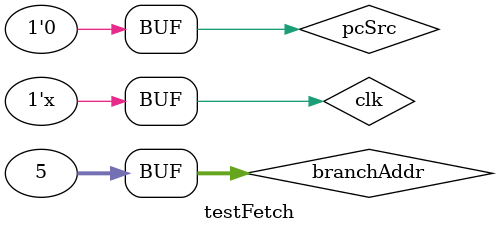
<source format=v>
`timescale 1ns / 1ps


module testFetch;

	// Inputs
	reg clk;
	reg pcSrc;
	reg [31:0] branchAddr;

	// Outputs
	wire [31:0] adderOutput;
	wire [31:0] instruction;

	// Instantiate the Unit Under Test (UUT)
	fetch uut (
		.clk(clk), 
		.pcSrc(pcSrc), 
		.branchAddr(branchAddr), 
		.adderOutput(adderOutput), 
		.instruction(instruction)
	);

	initial begin
		// Initialize Inputs
		clk = 0;
		pcSrc = 0;
		branchAddr = 0;

		// Wait 100 ns for global reset to finish
		#100;
		pcSrc = 1;
		branchAddr = 10;
	
		#100;
		pcSrc = 0;
		branchAddr = 5;
        
		// Add stimulus here

	end
	always
	begin
		#50;
		clk = ~clk;
	end
      
endmodule


</source>
